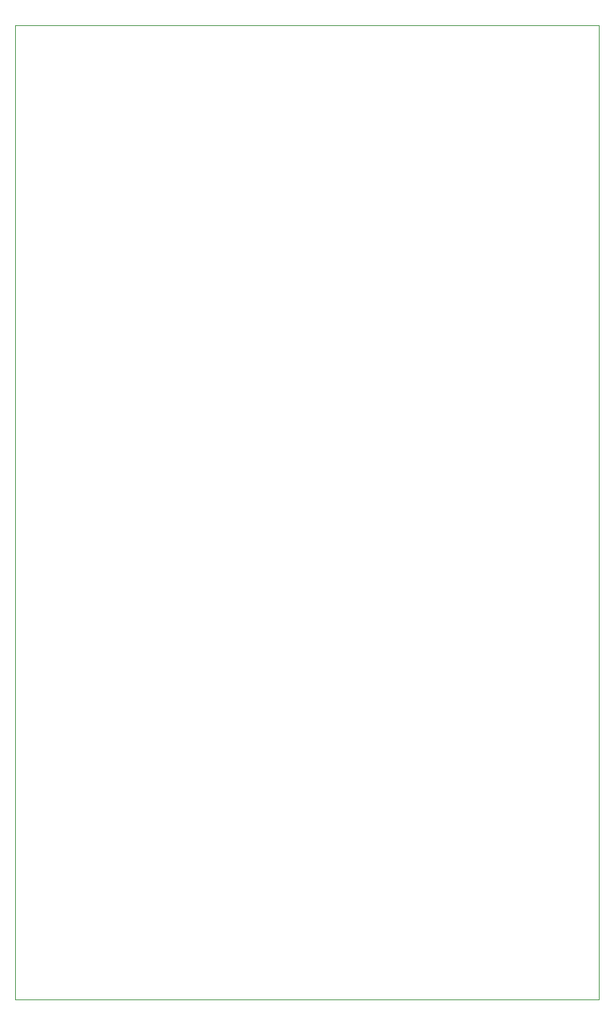
<source format=gbr>
G04 #@! TF.FileFunction,Profile,NP*
%FSLAX46Y46*%
G04 Gerber Fmt 4.6, Leading zero omitted, Abs format (unit mm)*
G04 Created by KiCad (PCBNEW 4.0.6) date 06/28/18 03:02:04*
%MOMM*%
%LPD*%
G01*
G04 APERTURE LIST*
%ADD10C,0.100000*%
G04 APERTURE END LIST*
D10*
X96520000Y-165100000D02*
X96520000Y-50800000D01*
X165100000Y-165100000D02*
X96520000Y-165100000D01*
X165100000Y-50800000D02*
X165100000Y-165100000D01*
X96520000Y-50800000D02*
X165100000Y-50800000D01*
M02*

</source>
